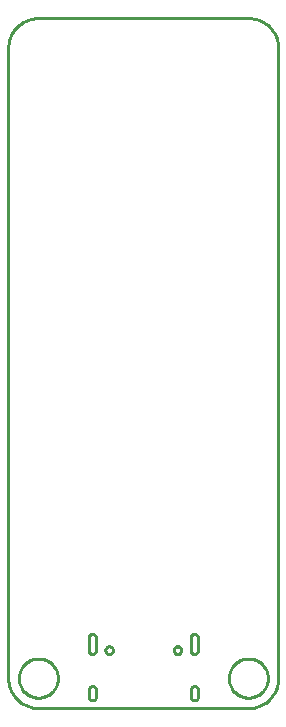
<source format=gko>
G04 EAGLE Gerber RS-274X export*
G75*
%MOMM*%
%FSLAX34Y34*%
%LPD*%
%IN*%
%IPPOS*%
%AMOC8*
5,1,8,0,0,1.08239X$1,22.5*%
G01*
%ADD10C,0.203200*%
%ADD11C,0.000000*%
%ADD12C,0.010000*%
%ADD13C,0.254000*%


D10*
X25400Y584200D02*
X203200Y584200D01*
X203814Y584193D01*
X204427Y584170D01*
X205040Y584133D01*
X205651Y584081D01*
X206262Y584015D01*
X206870Y583933D01*
X207476Y583837D01*
X208080Y583727D01*
X208681Y583602D01*
X209279Y583462D01*
X209873Y583308D01*
X210463Y583139D01*
X211049Y582957D01*
X211630Y582760D01*
X212207Y582549D01*
X212778Y582325D01*
X213344Y582087D01*
X213904Y581835D01*
X214457Y581569D01*
X215004Y581291D01*
X215544Y580999D01*
X216077Y580694D01*
X216602Y580376D01*
X217120Y580046D01*
X217629Y579704D01*
X218130Y579349D01*
X218622Y578982D01*
X219105Y578604D01*
X219579Y578214D01*
X220043Y577812D01*
X220498Y577400D01*
X220942Y576976D01*
X221376Y576542D01*
X221800Y576098D01*
X222212Y575643D01*
X222614Y575179D01*
X223004Y574705D01*
X223382Y574222D01*
X223749Y573730D01*
X224104Y573229D01*
X224446Y572720D01*
X224776Y572202D01*
X225094Y571677D01*
X225399Y571144D01*
X225691Y570604D01*
X225969Y570057D01*
X226235Y569504D01*
X226487Y568944D01*
X226725Y568378D01*
X226949Y567807D01*
X227160Y567230D01*
X227357Y566649D01*
X227539Y566063D01*
X227708Y565473D01*
X227862Y564879D01*
X228002Y564281D01*
X228127Y563680D01*
X228237Y563076D01*
X228333Y562470D01*
X228415Y561862D01*
X228481Y561251D01*
X228533Y560640D01*
X228570Y560027D01*
X228593Y559414D01*
X228600Y558800D01*
X228600Y25400D01*
X228593Y24786D01*
X228570Y24173D01*
X228533Y23560D01*
X228481Y22949D01*
X228415Y22338D01*
X228333Y21730D01*
X228237Y21124D01*
X228127Y20520D01*
X228002Y19919D01*
X227862Y19321D01*
X227708Y18727D01*
X227539Y18137D01*
X227357Y17551D01*
X227160Y16970D01*
X226949Y16393D01*
X226725Y15822D01*
X226487Y15256D01*
X226235Y14696D01*
X225969Y14143D01*
X225691Y13596D01*
X225399Y13056D01*
X225094Y12523D01*
X224776Y11998D01*
X224446Y11480D01*
X224104Y10971D01*
X223749Y10470D01*
X223382Y9978D01*
X223004Y9495D01*
X222614Y9021D01*
X222212Y8557D01*
X221800Y8102D01*
X221376Y7658D01*
X220942Y7224D01*
X220498Y6800D01*
X220043Y6388D01*
X219579Y5986D01*
X219105Y5596D01*
X218622Y5218D01*
X218130Y4851D01*
X217629Y4496D01*
X217120Y4154D01*
X216602Y3824D01*
X216077Y3506D01*
X215544Y3201D01*
X215004Y2909D01*
X214457Y2631D01*
X213904Y2365D01*
X213344Y2113D01*
X212778Y1875D01*
X212207Y1651D01*
X211630Y1440D01*
X211049Y1243D01*
X210463Y1061D01*
X209873Y892D01*
X209279Y738D01*
X208681Y598D01*
X208080Y473D01*
X207476Y363D01*
X206870Y267D01*
X206262Y185D01*
X205651Y119D01*
X205040Y67D01*
X204427Y30D01*
X203814Y7D01*
X203200Y0D01*
X25400Y0D01*
X24786Y7D01*
X24173Y30D01*
X23560Y67D01*
X22949Y119D01*
X22338Y185D01*
X21730Y267D01*
X21124Y363D01*
X20520Y473D01*
X19919Y598D01*
X19321Y738D01*
X18727Y892D01*
X18137Y1061D01*
X17551Y1243D01*
X16970Y1440D01*
X16393Y1651D01*
X15822Y1875D01*
X15256Y2113D01*
X14696Y2365D01*
X14143Y2631D01*
X13596Y2909D01*
X13056Y3201D01*
X12523Y3506D01*
X11998Y3824D01*
X11480Y4154D01*
X10971Y4496D01*
X10470Y4851D01*
X9978Y5218D01*
X9495Y5596D01*
X9021Y5986D01*
X8557Y6388D01*
X8102Y6800D01*
X7658Y7224D01*
X7224Y7658D01*
X6800Y8102D01*
X6388Y8557D01*
X5986Y9021D01*
X5596Y9495D01*
X5218Y9978D01*
X4851Y10470D01*
X4496Y10971D01*
X4154Y11480D01*
X3824Y11998D01*
X3506Y12523D01*
X3201Y13056D01*
X2909Y13596D01*
X2631Y14143D01*
X2365Y14696D01*
X2113Y15256D01*
X1875Y15822D01*
X1651Y16393D01*
X1440Y16970D01*
X1243Y17551D01*
X1061Y18137D01*
X892Y18727D01*
X738Y19321D01*
X598Y19919D01*
X473Y20520D01*
X363Y21124D01*
X267Y21730D01*
X185Y22338D01*
X119Y22949D01*
X67Y23560D01*
X30Y24173D01*
X7Y24786D01*
X0Y25400D01*
X0Y558800D01*
X7Y559414D01*
X30Y560027D01*
X67Y560640D01*
X119Y561251D01*
X185Y561862D01*
X267Y562470D01*
X363Y563076D01*
X473Y563680D01*
X598Y564281D01*
X738Y564879D01*
X892Y565473D01*
X1061Y566063D01*
X1243Y566649D01*
X1440Y567230D01*
X1651Y567807D01*
X1875Y568378D01*
X2113Y568944D01*
X2365Y569504D01*
X2631Y570057D01*
X2909Y570604D01*
X3201Y571144D01*
X3506Y571677D01*
X3824Y572202D01*
X4154Y572720D01*
X4496Y573229D01*
X4851Y573730D01*
X5218Y574222D01*
X5596Y574705D01*
X5986Y575179D01*
X6388Y575643D01*
X6800Y576098D01*
X7224Y576542D01*
X7658Y576976D01*
X8102Y577400D01*
X8557Y577812D01*
X9021Y578214D01*
X9495Y578604D01*
X9978Y578982D01*
X10470Y579349D01*
X10971Y579704D01*
X11480Y580046D01*
X11998Y580376D01*
X12523Y580694D01*
X13056Y580999D01*
X13596Y581291D01*
X14143Y581569D01*
X14696Y581835D01*
X15256Y582087D01*
X15822Y582325D01*
X16393Y582549D01*
X16970Y582760D01*
X17551Y582957D01*
X18137Y583139D01*
X18727Y583308D01*
X19321Y583462D01*
X19919Y583602D01*
X20520Y583727D01*
X21124Y583837D01*
X21730Y583933D01*
X22338Y584015D01*
X22949Y584081D01*
X23560Y584133D01*
X24173Y584170D01*
X24786Y584193D01*
X25400Y584200D01*
D11*
X186690Y25400D02*
X186695Y25805D01*
X186710Y26210D01*
X186735Y26615D01*
X186770Y27018D01*
X186814Y27421D01*
X186869Y27823D01*
X186933Y28223D01*
X187007Y28621D01*
X187091Y29017D01*
X187185Y29412D01*
X187288Y29803D01*
X187401Y30193D01*
X187523Y30579D01*
X187655Y30962D01*
X187796Y31342D01*
X187947Y31718D01*
X188106Y32091D01*
X188275Y32459D01*
X188453Y32823D01*
X188639Y33183D01*
X188835Y33538D01*
X189039Y33888D01*
X189251Y34233D01*
X189472Y34572D01*
X189702Y34907D01*
X189939Y35235D01*
X190184Y35557D01*
X190438Y35874D01*
X190698Y36184D01*
X190967Y36487D01*
X191243Y36784D01*
X191526Y37074D01*
X191816Y37357D01*
X192113Y37633D01*
X192416Y37902D01*
X192726Y38162D01*
X193043Y38416D01*
X193365Y38661D01*
X193693Y38898D01*
X194028Y39128D01*
X194367Y39349D01*
X194712Y39561D01*
X195062Y39765D01*
X195417Y39961D01*
X195777Y40147D01*
X196141Y40325D01*
X196509Y40494D01*
X196882Y40653D01*
X197258Y40804D01*
X197638Y40945D01*
X198021Y41077D01*
X198407Y41199D01*
X198797Y41312D01*
X199188Y41415D01*
X199583Y41509D01*
X199979Y41593D01*
X200377Y41667D01*
X200777Y41731D01*
X201179Y41786D01*
X201582Y41830D01*
X201985Y41865D01*
X202390Y41890D01*
X202795Y41905D01*
X203200Y41910D01*
X203605Y41905D01*
X204010Y41890D01*
X204415Y41865D01*
X204818Y41830D01*
X205221Y41786D01*
X205623Y41731D01*
X206023Y41667D01*
X206421Y41593D01*
X206817Y41509D01*
X207212Y41415D01*
X207603Y41312D01*
X207993Y41199D01*
X208379Y41077D01*
X208762Y40945D01*
X209142Y40804D01*
X209518Y40653D01*
X209891Y40494D01*
X210259Y40325D01*
X210623Y40147D01*
X210983Y39961D01*
X211338Y39765D01*
X211688Y39561D01*
X212033Y39349D01*
X212372Y39128D01*
X212707Y38898D01*
X213035Y38661D01*
X213357Y38416D01*
X213674Y38162D01*
X213984Y37902D01*
X214287Y37633D01*
X214584Y37357D01*
X214874Y37074D01*
X215157Y36784D01*
X215433Y36487D01*
X215702Y36184D01*
X215962Y35874D01*
X216216Y35557D01*
X216461Y35235D01*
X216698Y34907D01*
X216928Y34572D01*
X217149Y34233D01*
X217361Y33888D01*
X217565Y33538D01*
X217761Y33183D01*
X217947Y32823D01*
X218125Y32459D01*
X218294Y32091D01*
X218453Y31718D01*
X218604Y31342D01*
X218745Y30962D01*
X218877Y30579D01*
X218999Y30193D01*
X219112Y29803D01*
X219215Y29412D01*
X219309Y29017D01*
X219393Y28621D01*
X219467Y28223D01*
X219531Y27823D01*
X219586Y27421D01*
X219630Y27018D01*
X219665Y26615D01*
X219690Y26210D01*
X219705Y25805D01*
X219710Y25400D01*
X219705Y24995D01*
X219690Y24590D01*
X219665Y24185D01*
X219630Y23782D01*
X219586Y23379D01*
X219531Y22977D01*
X219467Y22577D01*
X219393Y22179D01*
X219309Y21783D01*
X219215Y21388D01*
X219112Y20997D01*
X218999Y20607D01*
X218877Y20221D01*
X218745Y19838D01*
X218604Y19458D01*
X218453Y19082D01*
X218294Y18709D01*
X218125Y18341D01*
X217947Y17977D01*
X217761Y17617D01*
X217565Y17262D01*
X217361Y16912D01*
X217149Y16567D01*
X216928Y16228D01*
X216698Y15893D01*
X216461Y15565D01*
X216216Y15243D01*
X215962Y14926D01*
X215702Y14616D01*
X215433Y14313D01*
X215157Y14016D01*
X214874Y13726D01*
X214584Y13443D01*
X214287Y13167D01*
X213984Y12898D01*
X213674Y12638D01*
X213357Y12384D01*
X213035Y12139D01*
X212707Y11902D01*
X212372Y11672D01*
X212033Y11451D01*
X211688Y11239D01*
X211338Y11035D01*
X210983Y10839D01*
X210623Y10653D01*
X210259Y10475D01*
X209891Y10306D01*
X209518Y10147D01*
X209142Y9996D01*
X208762Y9855D01*
X208379Y9723D01*
X207993Y9601D01*
X207603Y9488D01*
X207212Y9385D01*
X206817Y9291D01*
X206421Y9207D01*
X206023Y9133D01*
X205623Y9069D01*
X205221Y9014D01*
X204818Y8970D01*
X204415Y8935D01*
X204010Y8910D01*
X203605Y8895D01*
X203200Y8890D01*
X202795Y8895D01*
X202390Y8910D01*
X201985Y8935D01*
X201582Y8970D01*
X201179Y9014D01*
X200777Y9069D01*
X200377Y9133D01*
X199979Y9207D01*
X199583Y9291D01*
X199188Y9385D01*
X198797Y9488D01*
X198407Y9601D01*
X198021Y9723D01*
X197638Y9855D01*
X197258Y9996D01*
X196882Y10147D01*
X196509Y10306D01*
X196141Y10475D01*
X195777Y10653D01*
X195417Y10839D01*
X195062Y11035D01*
X194712Y11239D01*
X194367Y11451D01*
X194028Y11672D01*
X193693Y11902D01*
X193365Y12139D01*
X193043Y12384D01*
X192726Y12638D01*
X192416Y12898D01*
X192113Y13167D01*
X191816Y13443D01*
X191526Y13726D01*
X191243Y14016D01*
X190967Y14313D01*
X190698Y14616D01*
X190438Y14926D01*
X190184Y15243D01*
X189939Y15565D01*
X189702Y15893D01*
X189472Y16228D01*
X189251Y16567D01*
X189039Y16912D01*
X188835Y17262D01*
X188639Y17617D01*
X188453Y17977D01*
X188275Y18341D01*
X188106Y18709D01*
X187947Y19082D01*
X187796Y19458D01*
X187655Y19838D01*
X187523Y20221D01*
X187401Y20607D01*
X187288Y20997D01*
X187185Y21388D01*
X187091Y21783D01*
X187007Y22179D01*
X186933Y22577D01*
X186869Y22977D01*
X186814Y23379D01*
X186770Y23782D01*
X186735Y24185D01*
X186710Y24590D01*
X186695Y24995D01*
X186690Y25400D01*
X8890Y25400D02*
X8895Y25805D01*
X8910Y26210D01*
X8935Y26615D01*
X8970Y27018D01*
X9014Y27421D01*
X9069Y27823D01*
X9133Y28223D01*
X9207Y28621D01*
X9291Y29017D01*
X9385Y29412D01*
X9488Y29803D01*
X9601Y30193D01*
X9723Y30579D01*
X9855Y30962D01*
X9996Y31342D01*
X10147Y31718D01*
X10306Y32091D01*
X10475Y32459D01*
X10653Y32823D01*
X10839Y33183D01*
X11035Y33538D01*
X11239Y33888D01*
X11451Y34233D01*
X11672Y34572D01*
X11902Y34907D01*
X12139Y35235D01*
X12384Y35557D01*
X12638Y35874D01*
X12898Y36184D01*
X13167Y36487D01*
X13443Y36784D01*
X13726Y37074D01*
X14016Y37357D01*
X14313Y37633D01*
X14616Y37902D01*
X14926Y38162D01*
X15243Y38416D01*
X15565Y38661D01*
X15893Y38898D01*
X16228Y39128D01*
X16567Y39349D01*
X16912Y39561D01*
X17262Y39765D01*
X17617Y39961D01*
X17977Y40147D01*
X18341Y40325D01*
X18709Y40494D01*
X19082Y40653D01*
X19458Y40804D01*
X19838Y40945D01*
X20221Y41077D01*
X20607Y41199D01*
X20997Y41312D01*
X21388Y41415D01*
X21783Y41509D01*
X22179Y41593D01*
X22577Y41667D01*
X22977Y41731D01*
X23379Y41786D01*
X23782Y41830D01*
X24185Y41865D01*
X24590Y41890D01*
X24995Y41905D01*
X25400Y41910D01*
X25805Y41905D01*
X26210Y41890D01*
X26615Y41865D01*
X27018Y41830D01*
X27421Y41786D01*
X27823Y41731D01*
X28223Y41667D01*
X28621Y41593D01*
X29017Y41509D01*
X29412Y41415D01*
X29803Y41312D01*
X30193Y41199D01*
X30579Y41077D01*
X30962Y40945D01*
X31342Y40804D01*
X31718Y40653D01*
X32091Y40494D01*
X32459Y40325D01*
X32823Y40147D01*
X33183Y39961D01*
X33538Y39765D01*
X33888Y39561D01*
X34233Y39349D01*
X34572Y39128D01*
X34907Y38898D01*
X35235Y38661D01*
X35557Y38416D01*
X35874Y38162D01*
X36184Y37902D01*
X36487Y37633D01*
X36784Y37357D01*
X37074Y37074D01*
X37357Y36784D01*
X37633Y36487D01*
X37902Y36184D01*
X38162Y35874D01*
X38416Y35557D01*
X38661Y35235D01*
X38898Y34907D01*
X39128Y34572D01*
X39349Y34233D01*
X39561Y33888D01*
X39765Y33538D01*
X39961Y33183D01*
X40147Y32823D01*
X40325Y32459D01*
X40494Y32091D01*
X40653Y31718D01*
X40804Y31342D01*
X40945Y30962D01*
X41077Y30579D01*
X41199Y30193D01*
X41312Y29803D01*
X41415Y29412D01*
X41509Y29017D01*
X41593Y28621D01*
X41667Y28223D01*
X41731Y27823D01*
X41786Y27421D01*
X41830Y27018D01*
X41865Y26615D01*
X41890Y26210D01*
X41905Y25805D01*
X41910Y25400D01*
X41905Y24995D01*
X41890Y24590D01*
X41865Y24185D01*
X41830Y23782D01*
X41786Y23379D01*
X41731Y22977D01*
X41667Y22577D01*
X41593Y22179D01*
X41509Y21783D01*
X41415Y21388D01*
X41312Y20997D01*
X41199Y20607D01*
X41077Y20221D01*
X40945Y19838D01*
X40804Y19458D01*
X40653Y19082D01*
X40494Y18709D01*
X40325Y18341D01*
X40147Y17977D01*
X39961Y17617D01*
X39765Y17262D01*
X39561Y16912D01*
X39349Y16567D01*
X39128Y16228D01*
X38898Y15893D01*
X38661Y15565D01*
X38416Y15243D01*
X38162Y14926D01*
X37902Y14616D01*
X37633Y14313D01*
X37357Y14016D01*
X37074Y13726D01*
X36784Y13443D01*
X36487Y13167D01*
X36184Y12898D01*
X35874Y12638D01*
X35557Y12384D01*
X35235Y12139D01*
X34907Y11902D01*
X34572Y11672D01*
X34233Y11451D01*
X33888Y11239D01*
X33538Y11035D01*
X33183Y10839D01*
X32823Y10653D01*
X32459Y10475D01*
X32091Y10306D01*
X31718Y10147D01*
X31342Y9996D01*
X30962Y9855D01*
X30579Y9723D01*
X30193Y9601D01*
X29803Y9488D01*
X29412Y9385D01*
X29017Y9291D01*
X28621Y9207D01*
X28223Y9133D01*
X27823Y9069D01*
X27421Y9014D01*
X27018Y8970D01*
X26615Y8935D01*
X26210Y8910D01*
X25805Y8895D01*
X25400Y8890D01*
X24995Y8895D01*
X24590Y8910D01*
X24185Y8935D01*
X23782Y8970D01*
X23379Y9014D01*
X22977Y9069D01*
X22577Y9133D01*
X22179Y9207D01*
X21783Y9291D01*
X21388Y9385D01*
X20997Y9488D01*
X20607Y9601D01*
X20221Y9723D01*
X19838Y9855D01*
X19458Y9996D01*
X19082Y10147D01*
X18709Y10306D01*
X18341Y10475D01*
X17977Y10653D01*
X17617Y10839D01*
X17262Y11035D01*
X16912Y11239D01*
X16567Y11451D01*
X16228Y11672D01*
X15893Y11902D01*
X15565Y12139D01*
X15243Y12384D01*
X14926Y12638D01*
X14616Y12898D01*
X14313Y13167D01*
X14016Y13443D01*
X13726Y13726D01*
X13443Y14016D01*
X13167Y14313D01*
X12898Y14616D01*
X12638Y14926D01*
X12384Y15243D01*
X12139Y15565D01*
X11902Y15893D01*
X11672Y16228D01*
X11451Y16567D01*
X11239Y16912D01*
X11035Y17262D01*
X10839Y17617D01*
X10653Y17977D01*
X10475Y18341D01*
X10306Y18709D01*
X10147Y19082D01*
X9996Y19458D01*
X9855Y19838D01*
X9723Y20221D01*
X9601Y20607D01*
X9488Y20997D01*
X9385Y21388D01*
X9291Y21783D01*
X9207Y22179D01*
X9133Y22577D01*
X9069Y22977D01*
X9014Y23379D01*
X8970Y23782D01*
X8935Y24185D01*
X8910Y24590D01*
X8895Y24995D01*
X8890Y25400D01*
X82150Y49050D02*
X82152Y49163D01*
X82158Y49277D01*
X82168Y49390D01*
X82182Y49502D01*
X82199Y49614D01*
X82221Y49726D01*
X82247Y49836D01*
X82276Y49946D01*
X82309Y50054D01*
X82346Y50162D01*
X82387Y50267D01*
X82431Y50372D01*
X82479Y50475D01*
X82530Y50576D01*
X82585Y50675D01*
X82644Y50772D01*
X82706Y50867D01*
X82771Y50960D01*
X82839Y51051D01*
X82910Y51139D01*
X82985Y51225D01*
X83062Y51308D01*
X83142Y51388D01*
X83225Y51465D01*
X83311Y51540D01*
X83399Y51611D01*
X83490Y51679D01*
X83583Y51744D01*
X83678Y51806D01*
X83775Y51865D01*
X83874Y51920D01*
X83975Y51971D01*
X84078Y52019D01*
X84183Y52063D01*
X84288Y52104D01*
X84396Y52141D01*
X84504Y52174D01*
X84614Y52203D01*
X84724Y52229D01*
X84836Y52251D01*
X84948Y52268D01*
X85060Y52282D01*
X85173Y52292D01*
X85287Y52298D01*
X85400Y52300D01*
X85513Y52298D01*
X85627Y52292D01*
X85740Y52282D01*
X85852Y52268D01*
X85964Y52251D01*
X86076Y52229D01*
X86186Y52203D01*
X86296Y52174D01*
X86404Y52141D01*
X86512Y52104D01*
X86617Y52063D01*
X86722Y52019D01*
X86825Y51971D01*
X86926Y51920D01*
X87025Y51865D01*
X87122Y51806D01*
X87217Y51744D01*
X87310Y51679D01*
X87401Y51611D01*
X87489Y51540D01*
X87575Y51465D01*
X87658Y51388D01*
X87738Y51308D01*
X87815Y51225D01*
X87890Y51139D01*
X87961Y51051D01*
X88029Y50960D01*
X88094Y50867D01*
X88156Y50772D01*
X88215Y50675D01*
X88270Y50576D01*
X88321Y50475D01*
X88369Y50372D01*
X88413Y50267D01*
X88454Y50162D01*
X88491Y50054D01*
X88524Y49946D01*
X88553Y49836D01*
X88579Y49726D01*
X88601Y49614D01*
X88618Y49502D01*
X88632Y49390D01*
X88642Y49277D01*
X88648Y49163D01*
X88650Y49050D01*
X88648Y48937D01*
X88642Y48823D01*
X88632Y48710D01*
X88618Y48598D01*
X88601Y48486D01*
X88579Y48374D01*
X88553Y48264D01*
X88524Y48154D01*
X88491Y48046D01*
X88454Y47938D01*
X88413Y47833D01*
X88369Y47728D01*
X88321Y47625D01*
X88270Y47524D01*
X88215Y47425D01*
X88156Y47328D01*
X88094Y47233D01*
X88029Y47140D01*
X87961Y47049D01*
X87890Y46961D01*
X87815Y46875D01*
X87738Y46792D01*
X87658Y46712D01*
X87575Y46635D01*
X87489Y46560D01*
X87401Y46489D01*
X87310Y46421D01*
X87217Y46356D01*
X87122Y46294D01*
X87025Y46235D01*
X86926Y46180D01*
X86825Y46129D01*
X86722Y46081D01*
X86617Y46037D01*
X86512Y45996D01*
X86404Y45959D01*
X86296Y45926D01*
X86186Y45897D01*
X86076Y45871D01*
X85964Y45849D01*
X85852Y45832D01*
X85740Y45818D01*
X85627Y45808D01*
X85513Y45802D01*
X85400Y45800D01*
X85287Y45802D01*
X85173Y45808D01*
X85060Y45818D01*
X84948Y45832D01*
X84836Y45849D01*
X84724Y45871D01*
X84614Y45897D01*
X84504Y45926D01*
X84396Y45959D01*
X84288Y45996D01*
X84183Y46037D01*
X84078Y46081D01*
X83975Y46129D01*
X83874Y46180D01*
X83775Y46235D01*
X83678Y46294D01*
X83583Y46356D01*
X83490Y46421D01*
X83399Y46489D01*
X83311Y46560D01*
X83225Y46635D01*
X83142Y46712D01*
X83062Y46792D01*
X82985Y46875D01*
X82910Y46961D01*
X82839Y47049D01*
X82771Y47140D01*
X82706Y47233D01*
X82644Y47328D01*
X82585Y47425D01*
X82530Y47524D01*
X82479Y47625D01*
X82431Y47728D01*
X82387Y47833D01*
X82346Y47938D01*
X82309Y48046D01*
X82276Y48154D01*
X82247Y48264D01*
X82221Y48374D01*
X82199Y48486D01*
X82182Y48598D01*
X82168Y48710D01*
X82158Y48823D01*
X82152Y48937D01*
X82150Y49050D01*
X139950Y49050D02*
X139952Y49163D01*
X139958Y49277D01*
X139968Y49390D01*
X139982Y49502D01*
X139999Y49614D01*
X140021Y49726D01*
X140047Y49836D01*
X140076Y49946D01*
X140109Y50054D01*
X140146Y50162D01*
X140187Y50267D01*
X140231Y50372D01*
X140279Y50475D01*
X140330Y50576D01*
X140385Y50675D01*
X140444Y50772D01*
X140506Y50867D01*
X140571Y50960D01*
X140639Y51051D01*
X140710Y51139D01*
X140785Y51225D01*
X140862Y51308D01*
X140942Y51388D01*
X141025Y51465D01*
X141111Y51540D01*
X141199Y51611D01*
X141290Y51679D01*
X141383Y51744D01*
X141478Y51806D01*
X141575Y51865D01*
X141674Y51920D01*
X141775Y51971D01*
X141878Y52019D01*
X141983Y52063D01*
X142088Y52104D01*
X142196Y52141D01*
X142304Y52174D01*
X142414Y52203D01*
X142524Y52229D01*
X142636Y52251D01*
X142748Y52268D01*
X142860Y52282D01*
X142973Y52292D01*
X143087Y52298D01*
X143200Y52300D01*
X143313Y52298D01*
X143427Y52292D01*
X143540Y52282D01*
X143652Y52268D01*
X143764Y52251D01*
X143876Y52229D01*
X143986Y52203D01*
X144096Y52174D01*
X144204Y52141D01*
X144312Y52104D01*
X144417Y52063D01*
X144522Y52019D01*
X144625Y51971D01*
X144726Y51920D01*
X144825Y51865D01*
X144922Y51806D01*
X145017Y51744D01*
X145110Y51679D01*
X145201Y51611D01*
X145289Y51540D01*
X145375Y51465D01*
X145458Y51388D01*
X145538Y51308D01*
X145615Y51225D01*
X145690Y51139D01*
X145761Y51051D01*
X145829Y50960D01*
X145894Y50867D01*
X145956Y50772D01*
X146015Y50675D01*
X146070Y50576D01*
X146121Y50475D01*
X146169Y50372D01*
X146213Y50267D01*
X146254Y50162D01*
X146291Y50054D01*
X146324Y49946D01*
X146353Y49836D01*
X146379Y49726D01*
X146401Y49614D01*
X146418Y49502D01*
X146432Y49390D01*
X146442Y49277D01*
X146448Y49163D01*
X146450Y49050D01*
X146448Y48937D01*
X146442Y48823D01*
X146432Y48710D01*
X146418Y48598D01*
X146401Y48486D01*
X146379Y48374D01*
X146353Y48264D01*
X146324Y48154D01*
X146291Y48046D01*
X146254Y47938D01*
X146213Y47833D01*
X146169Y47728D01*
X146121Y47625D01*
X146070Y47524D01*
X146015Y47425D01*
X145956Y47328D01*
X145894Y47233D01*
X145829Y47140D01*
X145761Y47049D01*
X145690Y46961D01*
X145615Y46875D01*
X145538Y46792D01*
X145458Y46712D01*
X145375Y46635D01*
X145289Y46560D01*
X145201Y46489D01*
X145110Y46421D01*
X145017Y46356D01*
X144922Y46294D01*
X144825Y46235D01*
X144726Y46180D01*
X144625Y46129D01*
X144522Y46081D01*
X144417Y46037D01*
X144312Y45996D01*
X144204Y45959D01*
X144096Y45926D01*
X143986Y45897D01*
X143876Y45871D01*
X143764Y45849D01*
X143652Y45832D01*
X143540Y45818D01*
X143427Y45808D01*
X143313Y45802D01*
X143200Y45800D01*
X143087Y45802D01*
X142973Y45808D01*
X142860Y45818D01*
X142748Y45832D01*
X142636Y45849D01*
X142524Y45871D01*
X142414Y45897D01*
X142304Y45926D01*
X142196Y45959D01*
X142088Y45996D01*
X141983Y46037D01*
X141878Y46081D01*
X141775Y46129D01*
X141674Y46180D01*
X141575Y46235D01*
X141478Y46294D01*
X141383Y46356D01*
X141290Y46421D01*
X141199Y46489D01*
X141111Y46560D01*
X141025Y46635D01*
X140942Y46712D01*
X140862Y46792D01*
X140785Y46875D01*
X140710Y46961D01*
X140639Y47049D01*
X140571Y47140D01*
X140506Y47233D01*
X140444Y47328D01*
X140385Y47425D01*
X140330Y47524D01*
X140279Y47625D01*
X140231Y47728D01*
X140187Y47833D01*
X140146Y47938D01*
X140109Y48046D01*
X140076Y48154D01*
X140047Y48264D01*
X140021Y48374D01*
X139999Y48486D01*
X139982Y48598D01*
X139968Y48710D01*
X139958Y48823D01*
X139952Y48937D01*
X139950Y49050D01*
D12*
X68100Y15700D02*
X68100Y9500D01*
X74100Y9500D02*
X74100Y15700D01*
X74098Y15808D01*
X74092Y15916D01*
X74082Y16024D01*
X74069Y16132D01*
X74051Y16239D01*
X74030Y16345D01*
X74005Y16450D01*
X73976Y16555D01*
X73943Y16658D01*
X73907Y16760D01*
X73866Y16861D01*
X73823Y16960D01*
X73775Y17057D01*
X73725Y17153D01*
X73671Y17247D01*
X73613Y17338D01*
X73552Y17428D01*
X73488Y17516D01*
X73421Y17601D01*
X73351Y17683D01*
X73278Y17763D01*
X73202Y17840D01*
X73123Y17915D01*
X73042Y17986D01*
X72958Y18055D01*
X72872Y18121D01*
X72784Y18183D01*
X72693Y18242D01*
X72600Y18298D01*
X72505Y18351D01*
X72409Y18400D01*
X72310Y18445D01*
X72210Y18487D01*
X72109Y18525D01*
X72006Y18560D01*
X71903Y18591D01*
X71798Y18618D01*
X71692Y18641D01*
X71585Y18660D01*
X71478Y18676D01*
X71370Y18688D01*
X71262Y18696D01*
X71154Y18700D01*
X71046Y18700D01*
X70938Y18696D01*
X70830Y18688D01*
X70722Y18676D01*
X70615Y18660D01*
X70508Y18641D01*
X70402Y18618D01*
X70297Y18591D01*
X70194Y18560D01*
X70091Y18525D01*
X69990Y18487D01*
X69890Y18445D01*
X69791Y18400D01*
X69695Y18351D01*
X69600Y18298D01*
X69507Y18242D01*
X69416Y18183D01*
X69328Y18121D01*
X69242Y18055D01*
X69158Y17986D01*
X69077Y17915D01*
X68998Y17840D01*
X68922Y17763D01*
X68849Y17683D01*
X68779Y17601D01*
X68712Y17516D01*
X68648Y17428D01*
X68587Y17338D01*
X68529Y17247D01*
X68475Y17153D01*
X68425Y17057D01*
X68377Y16960D01*
X68334Y16861D01*
X68293Y16760D01*
X68257Y16658D01*
X68224Y16555D01*
X68195Y16450D01*
X68170Y16345D01*
X68149Y16239D01*
X68131Y16132D01*
X68118Y16024D01*
X68108Y15916D01*
X68102Y15808D01*
X68100Y15700D01*
X68100Y9500D02*
X68102Y9392D01*
X68108Y9284D01*
X68118Y9176D01*
X68131Y9068D01*
X68149Y8961D01*
X68170Y8855D01*
X68195Y8750D01*
X68224Y8645D01*
X68257Y8542D01*
X68293Y8440D01*
X68334Y8339D01*
X68377Y8240D01*
X68425Y8143D01*
X68475Y8047D01*
X68529Y7953D01*
X68587Y7862D01*
X68648Y7772D01*
X68712Y7684D01*
X68779Y7599D01*
X68849Y7517D01*
X68922Y7437D01*
X68998Y7360D01*
X69077Y7285D01*
X69158Y7214D01*
X69242Y7145D01*
X69328Y7079D01*
X69416Y7017D01*
X69507Y6958D01*
X69600Y6902D01*
X69695Y6849D01*
X69791Y6800D01*
X69890Y6755D01*
X69990Y6713D01*
X70091Y6675D01*
X70194Y6640D01*
X70297Y6609D01*
X70402Y6582D01*
X70508Y6559D01*
X70615Y6540D01*
X70722Y6524D01*
X70830Y6512D01*
X70938Y6504D01*
X71046Y6500D01*
X71154Y6500D01*
X71262Y6504D01*
X71370Y6512D01*
X71478Y6524D01*
X71585Y6540D01*
X71692Y6559D01*
X71798Y6582D01*
X71903Y6609D01*
X72006Y6640D01*
X72109Y6675D01*
X72210Y6713D01*
X72310Y6755D01*
X72409Y6800D01*
X72505Y6849D01*
X72600Y6902D01*
X72693Y6958D01*
X72784Y7017D01*
X72872Y7079D01*
X72958Y7145D01*
X73042Y7214D01*
X73123Y7285D01*
X73202Y7360D01*
X73278Y7437D01*
X73351Y7517D01*
X73421Y7599D01*
X73488Y7684D01*
X73552Y7772D01*
X73613Y7862D01*
X73671Y7953D01*
X73725Y8047D01*
X73775Y8143D01*
X73823Y8240D01*
X73866Y8339D01*
X73907Y8440D01*
X73943Y8542D01*
X73976Y8645D01*
X74005Y8750D01*
X74030Y8855D01*
X74051Y8961D01*
X74069Y9068D01*
X74082Y9176D01*
X74092Y9284D01*
X74098Y9392D01*
X74100Y9500D01*
X68100Y48850D02*
X68100Y59850D01*
X74100Y59850D02*
X74100Y48850D01*
X74098Y48742D01*
X74092Y48634D01*
X74082Y48526D01*
X74069Y48418D01*
X74051Y48311D01*
X74030Y48205D01*
X74005Y48100D01*
X73976Y47995D01*
X73943Y47892D01*
X73907Y47790D01*
X73866Y47689D01*
X73823Y47590D01*
X73775Y47493D01*
X73725Y47397D01*
X73671Y47303D01*
X73613Y47212D01*
X73552Y47122D01*
X73488Y47034D01*
X73421Y46949D01*
X73351Y46867D01*
X73278Y46787D01*
X73202Y46710D01*
X73123Y46635D01*
X73042Y46564D01*
X72958Y46495D01*
X72872Y46429D01*
X72784Y46367D01*
X72693Y46308D01*
X72600Y46252D01*
X72505Y46199D01*
X72409Y46150D01*
X72310Y46105D01*
X72210Y46063D01*
X72109Y46025D01*
X72006Y45990D01*
X71903Y45959D01*
X71798Y45932D01*
X71692Y45909D01*
X71585Y45890D01*
X71478Y45874D01*
X71370Y45862D01*
X71262Y45854D01*
X71154Y45850D01*
X71046Y45850D01*
X70938Y45854D01*
X70830Y45862D01*
X70722Y45874D01*
X70615Y45890D01*
X70508Y45909D01*
X70402Y45932D01*
X70297Y45959D01*
X70194Y45990D01*
X70091Y46025D01*
X69990Y46063D01*
X69890Y46105D01*
X69791Y46150D01*
X69695Y46199D01*
X69600Y46252D01*
X69507Y46308D01*
X69416Y46367D01*
X69328Y46429D01*
X69242Y46495D01*
X69158Y46564D01*
X69077Y46635D01*
X68998Y46710D01*
X68922Y46787D01*
X68849Y46867D01*
X68779Y46949D01*
X68712Y47034D01*
X68648Y47122D01*
X68587Y47212D01*
X68529Y47303D01*
X68475Y47397D01*
X68425Y47493D01*
X68377Y47590D01*
X68334Y47689D01*
X68293Y47790D01*
X68257Y47892D01*
X68224Y47995D01*
X68195Y48100D01*
X68170Y48205D01*
X68149Y48311D01*
X68131Y48418D01*
X68118Y48526D01*
X68108Y48634D01*
X68102Y48742D01*
X68100Y48850D01*
X68100Y59850D02*
X68102Y59958D01*
X68108Y60066D01*
X68118Y60174D01*
X68131Y60282D01*
X68149Y60389D01*
X68170Y60495D01*
X68195Y60600D01*
X68224Y60705D01*
X68257Y60808D01*
X68293Y60910D01*
X68334Y61011D01*
X68377Y61110D01*
X68425Y61207D01*
X68475Y61303D01*
X68529Y61397D01*
X68587Y61488D01*
X68648Y61578D01*
X68712Y61666D01*
X68779Y61751D01*
X68849Y61833D01*
X68922Y61913D01*
X68998Y61990D01*
X69077Y62065D01*
X69158Y62136D01*
X69242Y62205D01*
X69328Y62271D01*
X69416Y62333D01*
X69507Y62392D01*
X69600Y62448D01*
X69695Y62501D01*
X69791Y62550D01*
X69890Y62595D01*
X69990Y62637D01*
X70091Y62675D01*
X70194Y62710D01*
X70297Y62741D01*
X70402Y62768D01*
X70508Y62791D01*
X70615Y62810D01*
X70722Y62826D01*
X70830Y62838D01*
X70938Y62846D01*
X71046Y62850D01*
X71154Y62850D01*
X71262Y62846D01*
X71370Y62838D01*
X71478Y62826D01*
X71585Y62810D01*
X71692Y62791D01*
X71798Y62768D01*
X71903Y62741D01*
X72006Y62710D01*
X72109Y62675D01*
X72210Y62637D01*
X72310Y62595D01*
X72409Y62550D01*
X72505Y62501D01*
X72600Y62448D01*
X72693Y62392D01*
X72784Y62333D01*
X72872Y62271D01*
X72958Y62205D01*
X73042Y62136D01*
X73123Y62065D01*
X73202Y61990D01*
X73278Y61913D01*
X73351Y61833D01*
X73421Y61751D01*
X73488Y61666D01*
X73552Y61578D01*
X73613Y61488D01*
X73671Y61397D01*
X73725Y61303D01*
X73775Y61207D01*
X73823Y61110D01*
X73866Y61011D01*
X73907Y60910D01*
X73943Y60808D01*
X73976Y60705D01*
X74005Y60600D01*
X74030Y60495D01*
X74051Y60389D01*
X74069Y60282D01*
X74082Y60174D01*
X74092Y60066D01*
X74098Y59958D01*
X74100Y59850D01*
X154500Y15700D02*
X154500Y9500D01*
X160500Y9500D02*
X160500Y15700D01*
X160498Y15808D01*
X160492Y15916D01*
X160482Y16024D01*
X160469Y16132D01*
X160451Y16239D01*
X160430Y16345D01*
X160405Y16450D01*
X160376Y16555D01*
X160343Y16658D01*
X160307Y16760D01*
X160266Y16861D01*
X160223Y16960D01*
X160175Y17057D01*
X160125Y17153D01*
X160071Y17247D01*
X160013Y17338D01*
X159952Y17428D01*
X159888Y17516D01*
X159821Y17601D01*
X159751Y17683D01*
X159678Y17763D01*
X159602Y17840D01*
X159523Y17915D01*
X159442Y17986D01*
X159358Y18055D01*
X159272Y18121D01*
X159184Y18183D01*
X159093Y18242D01*
X159000Y18298D01*
X158905Y18351D01*
X158809Y18400D01*
X158710Y18445D01*
X158610Y18487D01*
X158509Y18525D01*
X158406Y18560D01*
X158303Y18591D01*
X158198Y18618D01*
X158092Y18641D01*
X157985Y18660D01*
X157878Y18676D01*
X157770Y18688D01*
X157662Y18696D01*
X157554Y18700D01*
X157446Y18700D01*
X157338Y18696D01*
X157230Y18688D01*
X157122Y18676D01*
X157015Y18660D01*
X156908Y18641D01*
X156802Y18618D01*
X156697Y18591D01*
X156594Y18560D01*
X156491Y18525D01*
X156390Y18487D01*
X156290Y18445D01*
X156191Y18400D01*
X156095Y18351D01*
X156000Y18298D01*
X155907Y18242D01*
X155816Y18183D01*
X155728Y18121D01*
X155642Y18055D01*
X155558Y17986D01*
X155477Y17915D01*
X155398Y17840D01*
X155322Y17763D01*
X155249Y17683D01*
X155179Y17601D01*
X155112Y17516D01*
X155048Y17428D01*
X154987Y17338D01*
X154929Y17247D01*
X154875Y17153D01*
X154825Y17057D01*
X154777Y16960D01*
X154734Y16861D01*
X154693Y16760D01*
X154657Y16658D01*
X154624Y16555D01*
X154595Y16450D01*
X154570Y16345D01*
X154549Y16239D01*
X154531Y16132D01*
X154518Y16024D01*
X154508Y15916D01*
X154502Y15808D01*
X154500Y15700D01*
X154500Y9500D02*
X154502Y9392D01*
X154508Y9284D01*
X154518Y9176D01*
X154531Y9068D01*
X154549Y8961D01*
X154570Y8855D01*
X154595Y8750D01*
X154624Y8645D01*
X154657Y8542D01*
X154693Y8440D01*
X154734Y8339D01*
X154777Y8240D01*
X154825Y8143D01*
X154875Y8047D01*
X154929Y7953D01*
X154987Y7862D01*
X155048Y7772D01*
X155112Y7684D01*
X155179Y7599D01*
X155249Y7517D01*
X155322Y7437D01*
X155398Y7360D01*
X155477Y7285D01*
X155558Y7214D01*
X155642Y7145D01*
X155728Y7079D01*
X155816Y7017D01*
X155907Y6958D01*
X156000Y6902D01*
X156095Y6849D01*
X156191Y6800D01*
X156290Y6755D01*
X156390Y6713D01*
X156491Y6675D01*
X156594Y6640D01*
X156697Y6609D01*
X156802Y6582D01*
X156908Y6559D01*
X157015Y6540D01*
X157122Y6524D01*
X157230Y6512D01*
X157338Y6504D01*
X157446Y6500D01*
X157554Y6500D01*
X157662Y6504D01*
X157770Y6512D01*
X157878Y6524D01*
X157985Y6540D01*
X158092Y6559D01*
X158198Y6582D01*
X158303Y6609D01*
X158406Y6640D01*
X158509Y6675D01*
X158610Y6713D01*
X158710Y6755D01*
X158809Y6800D01*
X158905Y6849D01*
X159000Y6902D01*
X159093Y6958D01*
X159184Y7017D01*
X159272Y7079D01*
X159358Y7145D01*
X159442Y7214D01*
X159523Y7285D01*
X159602Y7360D01*
X159678Y7437D01*
X159751Y7517D01*
X159821Y7599D01*
X159888Y7684D01*
X159952Y7772D01*
X160013Y7862D01*
X160071Y7953D01*
X160125Y8047D01*
X160175Y8143D01*
X160223Y8240D01*
X160266Y8339D01*
X160307Y8440D01*
X160343Y8542D01*
X160376Y8645D01*
X160405Y8750D01*
X160430Y8855D01*
X160451Y8961D01*
X160469Y9068D01*
X160482Y9176D01*
X160492Y9284D01*
X160498Y9392D01*
X160500Y9500D01*
X154500Y48850D02*
X154500Y59850D01*
X160500Y59850D02*
X160500Y48850D01*
X160498Y48742D01*
X160492Y48634D01*
X160482Y48526D01*
X160469Y48418D01*
X160451Y48311D01*
X160430Y48205D01*
X160405Y48100D01*
X160376Y47995D01*
X160343Y47892D01*
X160307Y47790D01*
X160266Y47689D01*
X160223Y47590D01*
X160175Y47493D01*
X160125Y47397D01*
X160071Y47303D01*
X160013Y47212D01*
X159952Y47122D01*
X159888Y47034D01*
X159821Y46949D01*
X159751Y46867D01*
X159678Y46787D01*
X159602Y46710D01*
X159523Y46635D01*
X159442Y46564D01*
X159358Y46495D01*
X159272Y46429D01*
X159184Y46367D01*
X159093Y46308D01*
X159000Y46252D01*
X158905Y46199D01*
X158809Y46150D01*
X158710Y46105D01*
X158610Y46063D01*
X158509Y46025D01*
X158406Y45990D01*
X158303Y45959D01*
X158198Y45932D01*
X158092Y45909D01*
X157985Y45890D01*
X157878Y45874D01*
X157770Y45862D01*
X157662Y45854D01*
X157554Y45850D01*
X157446Y45850D01*
X157338Y45854D01*
X157230Y45862D01*
X157122Y45874D01*
X157015Y45890D01*
X156908Y45909D01*
X156802Y45932D01*
X156697Y45959D01*
X156594Y45990D01*
X156491Y46025D01*
X156390Y46063D01*
X156290Y46105D01*
X156191Y46150D01*
X156095Y46199D01*
X156000Y46252D01*
X155907Y46308D01*
X155816Y46367D01*
X155728Y46429D01*
X155642Y46495D01*
X155558Y46564D01*
X155477Y46635D01*
X155398Y46710D01*
X155322Y46787D01*
X155249Y46867D01*
X155179Y46949D01*
X155112Y47034D01*
X155048Y47122D01*
X154987Y47212D01*
X154929Y47303D01*
X154875Y47397D01*
X154825Y47493D01*
X154777Y47590D01*
X154734Y47689D01*
X154693Y47790D01*
X154657Y47892D01*
X154624Y47995D01*
X154595Y48100D01*
X154570Y48205D01*
X154549Y48311D01*
X154531Y48418D01*
X154518Y48526D01*
X154508Y48634D01*
X154502Y48742D01*
X154500Y48850D01*
X154500Y59850D02*
X154502Y59958D01*
X154508Y60066D01*
X154518Y60174D01*
X154531Y60282D01*
X154549Y60389D01*
X154570Y60495D01*
X154595Y60600D01*
X154624Y60705D01*
X154657Y60808D01*
X154693Y60910D01*
X154734Y61011D01*
X154777Y61110D01*
X154825Y61207D01*
X154875Y61303D01*
X154929Y61397D01*
X154987Y61488D01*
X155048Y61578D01*
X155112Y61666D01*
X155179Y61751D01*
X155249Y61833D01*
X155322Y61913D01*
X155398Y61990D01*
X155477Y62065D01*
X155558Y62136D01*
X155642Y62205D01*
X155728Y62271D01*
X155816Y62333D01*
X155907Y62392D01*
X156000Y62448D01*
X156095Y62501D01*
X156191Y62550D01*
X156290Y62595D01*
X156390Y62637D01*
X156491Y62675D01*
X156594Y62710D01*
X156697Y62741D01*
X156802Y62768D01*
X156908Y62791D01*
X157015Y62810D01*
X157122Y62826D01*
X157230Y62838D01*
X157338Y62846D01*
X157446Y62850D01*
X157554Y62850D01*
X157662Y62846D01*
X157770Y62838D01*
X157878Y62826D01*
X157985Y62810D01*
X158092Y62791D01*
X158198Y62768D01*
X158303Y62741D01*
X158406Y62710D01*
X158509Y62675D01*
X158610Y62637D01*
X158710Y62595D01*
X158809Y62550D01*
X158905Y62501D01*
X159000Y62448D01*
X159093Y62392D01*
X159184Y62333D01*
X159272Y62271D01*
X159358Y62205D01*
X159442Y62136D01*
X159523Y62065D01*
X159602Y61990D01*
X159678Y61913D01*
X159751Y61833D01*
X159821Y61751D01*
X159888Y61666D01*
X159952Y61578D01*
X160013Y61488D01*
X160071Y61397D01*
X160125Y61303D01*
X160175Y61207D01*
X160223Y61110D01*
X160266Y61011D01*
X160307Y60910D01*
X160343Y60808D01*
X160376Y60705D01*
X160405Y60600D01*
X160430Y60495D01*
X160451Y60389D01*
X160469Y60282D01*
X160482Y60174D01*
X160492Y60066D01*
X160498Y59958D01*
X160500Y59850D01*
D13*
X0Y25400D02*
X97Y23186D01*
X386Y20989D01*
X865Y18826D01*
X1532Y16713D01*
X2380Y14666D01*
X3403Y12700D01*
X4594Y10831D01*
X5942Y9073D01*
X7440Y7440D01*
X9073Y5942D01*
X10831Y4594D01*
X12700Y3403D01*
X14666Y2380D01*
X16713Y1532D01*
X18826Y865D01*
X20989Y386D01*
X23186Y97D01*
X25400Y0D01*
X203200Y0D01*
X205414Y97D01*
X207611Y386D01*
X209774Y865D01*
X211887Y1532D01*
X213935Y2380D01*
X215900Y3403D01*
X217769Y4594D01*
X219527Y5942D01*
X221161Y7440D01*
X222658Y9073D01*
X224006Y10831D01*
X225197Y12700D01*
X226220Y14666D01*
X227068Y16713D01*
X227735Y18826D01*
X228214Y20989D01*
X228503Y23186D01*
X228600Y25400D01*
X228600Y558800D01*
X228503Y561014D01*
X228214Y563211D01*
X227735Y565374D01*
X227068Y567487D01*
X226220Y569535D01*
X225197Y571500D01*
X224006Y573369D01*
X222658Y575127D01*
X221161Y576761D01*
X219527Y578258D01*
X217769Y579606D01*
X215900Y580797D01*
X213935Y581820D01*
X211887Y582668D01*
X209774Y583335D01*
X207611Y583814D01*
X205414Y584103D01*
X203200Y584200D01*
X25400Y584200D01*
X23186Y584103D01*
X20989Y583814D01*
X18826Y583335D01*
X16713Y582668D01*
X14666Y581820D01*
X12700Y580797D01*
X10831Y579606D01*
X9073Y578258D01*
X7440Y576761D01*
X5942Y575127D01*
X4594Y573369D01*
X3403Y571500D01*
X2380Y569535D01*
X1532Y567487D01*
X865Y565374D01*
X386Y563211D01*
X97Y561014D01*
X0Y558800D01*
X0Y25400D01*
X154500Y48850D02*
X154511Y48589D01*
X154546Y48329D01*
X154602Y48074D01*
X154681Y47824D01*
X154781Y47582D01*
X154902Y47350D01*
X155043Y47129D01*
X155202Y46922D01*
X155379Y46729D01*
X155572Y46552D01*
X155779Y46393D01*
X156000Y46252D01*
X156232Y46131D01*
X156474Y46031D01*
X156724Y45952D01*
X156979Y45896D01*
X157239Y45861D01*
X157500Y45850D01*
X157761Y45861D01*
X158021Y45896D01*
X158276Y45952D01*
X158526Y46031D01*
X158768Y46131D01*
X159000Y46252D01*
X159221Y46393D01*
X159428Y46552D01*
X159621Y46729D01*
X159798Y46922D01*
X159957Y47129D01*
X160098Y47350D01*
X160219Y47582D01*
X160319Y47824D01*
X160398Y48074D01*
X160454Y48329D01*
X160489Y48589D01*
X160500Y48850D01*
X160500Y59850D01*
X160489Y60111D01*
X160454Y60371D01*
X160398Y60626D01*
X160319Y60876D01*
X160219Y61118D01*
X160098Y61350D01*
X159957Y61571D01*
X159798Y61778D01*
X159621Y61971D01*
X159428Y62148D01*
X159221Y62307D01*
X159000Y62448D01*
X158768Y62569D01*
X158526Y62669D01*
X158276Y62748D01*
X158021Y62804D01*
X157761Y62839D01*
X157500Y62850D01*
X157239Y62839D01*
X156979Y62804D01*
X156724Y62748D01*
X156474Y62669D01*
X156232Y62569D01*
X156000Y62448D01*
X155779Y62307D01*
X155572Y62148D01*
X155379Y61971D01*
X155202Y61778D01*
X155043Y61571D01*
X154902Y61350D01*
X154781Y61118D01*
X154681Y60876D01*
X154602Y60626D01*
X154546Y60371D01*
X154511Y60111D01*
X154500Y59850D01*
X154500Y48850D01*
X154500Y9500D02*
X154511Y9239D01*
X154546Y8979D01*
X154602Y8724D01*
X154681Y8474D01*
X154781Y8232D01*
X154902Y8000D01*
X155043Y7779D01*
X155202Y7572D01*
X155379Y7379D01*
X155572Y7202D01*
X155779Y7043D01*
X156000Y6902D01*
X156232Y6781D01*
X156474Y6681D01*
X156724Y6602D01*
X156979Y6546D01*
X157239Y6511D01*
X157500Y6500D01*
X157761Y6511D01*
X158021Y6546D01*
X158276Y6602D01*
X158526Y6681D01*
X158768Y6781D01*
X159000Y6902D01*
X159221Y7043D01*
X159428Y7202D01*
X159621Y7379D01*
X159798Y7572D01*
X159957Y7779D01*
X160098Y8000D01*
X160219Y8232D01*
X160319Y8474D01*
X160398Y8724D01*
X160454Y8979D01*
X160489Y9239D01*
X160500Y9500D01*
X160500Y15700D01*
X160489Y15961D01*
X160454Y16221D01*
X160398Y16476D01*
X160319Y16726D01*
X160219Y16968D01*
X160098Y17200D01*
X159957Y17421D01*
X159798Y17628D01*
X159621Y17821D01*
X159428Y17998D01*
X159221Y18157D01*
X159000Y18298D01*
X158768Y18419D01*
X158526Y18519D01*
X158276Y18598D01*
X158021Y18654D01*
X157761Y18689D01*
X157500Y18700D01*
X157239Y18689D01*
X156979Y18654D01*
X156724Y18598D01*
X156474Y18519D01*
X156232Y18419D01*
X156000Y18298D01*
X155779Y18157D01*
X155572Y17998D01*
X155379Y17821D01*
X155202Y17628D01*
X155043Y17421D01*
X154902Y17200D01*
X154781Y16968D01*
X154681Y16726D01*
X154602Y16476D01*
X154546Y16221D01*
X154511Y15961D01*
X154500Y15700D01*
X154500Y9500D01*
X68100Y9500D02*
X68111Y9239D01*
X68146Y8979D01*
X68202Y8724D01*
X68281Y8474D01*
X68381Y8232D01*
X68502Y8000D01*
X68643Y7779D01*
X68802Y7572D01*
X68979Y7379D01*
X69172Y7202D01*
X69379Y7043D01*
X69600Y6902D01*
X69832Y6781D01*
X70074Y6681D01*
X70324Y6602D01*
X70579Y6546D01*
X70839Y6511D01*
X71100Y6500D01*
X71361Y6511D01*
X71621Y6546D01*
X71876Y6602D01*
X72126Y6681D01*
X72368Y6781D01*
X72600Y6902D01*
X72821Y7043D01*
X73028Y7202D01*
X73221Y7379D01*
X73398Y7572D01*
X73557Y7779D01*
X73698Y8000D01*
X73819Y8232D01*
X73919Y8474D01*
X73998Y8724D01*
X74054Y8979D01*
X74089Y9239D01*
X74100Y9500D01*
X74100Y15700D01*
X74089Y15961D01*
X74054Y16221D01*
X73998Y16476D01*
X73919Y16726D01*
X73819Y16968D01*
X73698Y17200D01*
X73557Y17421D01*
X73398Y17628D01*
X73221Y17821D01*
X73028Y17998D01*
X72821Y18157D01*
X72600Y18298D01*
X72368Y18419D01*
X72126Y18519D01*
X71876Y18598D01*
X71621Y18654D01*
X71361Y18689D01*
X71100Y18700D01*
X70839Y18689D01*
X70579Y18654D01*
X70324Y18598D01*
X70074Y18519D01*
X69832Y18419D01*
X69600Y18298D01*
X69379Y18157D01*
X69172Y17998D01*
X68979Y17821D01*
X68802Y17628D01*
X68643Y17421D01*
X68502Y17200D01*
X68381Y16968D01*
X68281Y16726D01*
X68202Y16476D01*
X68146Y16221D01*
X68111Y15961D01*
X68100Y15700D01*
X68100Y9500D01*
X68100Y48850D02*
X68111Y48589D01*
X68146Y48329D01*
X68202Y48074D01*
X68281Y47824D01*
X68381Y47582D01*
X68502Y47350D01*
X68643Y47129D01*
X68802Y46922D01*
X68979Y46729D01*
X69172Y46552D01*
X69379Y46393D01*
X69600Y46252D01*
X69832Y46131D01*
X70074Y46031D01*
X70324Y45952D01*
X70579Y45896D01*
X70839Y45861D01*
X71100Y45850D01*
X71361Y45861D01*
X71621Y45896D01*
X71876Y45952D01*
X72126Y46031D01*
X72368Y46131D01*
X72600Y46252D01*
X72821Y46393D01*
X73028Y46552D01*
X73221Y46729D01*
X73398Y46922D01*
X73557Y47129D01*
X73698Y47350D01*
X73819Y47582D01*
X73919Y47824D01*
X73998Y48074D01*
X74054Y48329D01*
X74089Y48589D01*
X74100Y48850D01*
X74100Y59850D01*
X74089Y60111D01*
X74054Y60371D01*
X73998Y60626D01*
X73919Y60876D01*
X73819Y61118D01*
X73698Y61350D01*
X73557Y61571D01*
X73398Y61778D01*
X73221Y61971D01*
X73028Y62148D01*
X72821Y62307D01*
X72600Y62448D01*
X72368Y62569D01*
X72126Y62669D01*
X71876Y62748D01*
X71621Y62804D01*
X71361Y62839D01*
X71100Y62850D01*
X70839Y62839D01*
X70579Y62804D01*
X70324Y62748D01*
X70074Y62669D01*
X69832Y62569D01*
X69600Y62448D01*
X69379Y62307D01*
X69172Y62148D01*
X68979Y61971D01*
X68802Y61778D01*
X68643Y61571D01*
X68502Y61350D01*
X68381Y61118D01*
X68281Y60876D01*
X68202Y60626D01*
X68146Y60371D01*
X68111Y60111D01*
X68100Y59850D01*
X68100Y48850D01*
X219710Y24860D02*
X219639Y23781D01*
X219498Y22709D01*
X219287Y21649D01*
X219008Y20605D01*
X218660Y19581D01*
X218246Y18583D01*
X217768Y17613D01*
X217228Y16677D01*
X216627Y15778D01*
X215969Y14921D01*
X215257Y14108D01*
X214492Y13344D01*
X213679Y12631D01*
X212822Y11973D01*
X211923Y11372D01*
X210987Y10832D01*
X210017Y10354D01*
X209019Y9940D01*
X207995Y9592D01*
X206951Y9313D01*
X205891Y9102D01*
X204819Y8961D01*
X203740Y8890D01*
X202660Y8890D01*
X201581Y8961D01*
X200509Y9102D01*
X199449Y9313D01*
X198405Y9592D01*
X197381Y9940D01*
X196383Y10354D01*
X195413Y10832D01*
X194477Y11372D01*
X193578Y11973D01*
X192721Y12631D01*
X191908Y13344D01*
X191144Y14108D01*
X190431Y14921D01*
X189773Y15778D01*
X189172Y16677D01*
X188632Y17613D01*
X188154Y18583D01*
X187740Y19581D01*
X187392Y20605D01*
X187113Y21649D01*
X186902Y22709D01*
X186761Y23781D01*
X186690Y24860D01*
X186690Y25940D01*
X186761Y27019D01*
X186902Y28091D01*
X187113Y29151D01*
X187392Y30195D01*
X187740Y31219D01*
X188154Y32217D01*
X188632Y33187D01*
X189172Y34123D01*
X189773Y35022D01*
X190431Y35879D01*
X191144Y36692D01*
X191908Y37457D01*
X192721Y38169D01*
X193578Y38827D01*
X194477Y39428D01*
X195413Y39968D01*
X196383Y40446D01*
X197381Y40860D01*
X198405Y41208D01*
X199449Y41487D01*
X200509Y41698D01*
X201581Y41839D01*
X202660Y41910D01*
X203740Y41910D01*
X204819Y41839D01*
X205891Y41698D01*
X206951Y41487D01*
X207995Y41208D01*
X209019Y40860D01*
X210017Y40446D01*
X210987Y39968D01*
X211923Y39428D01*
X212822Y38827D01*
X213679Y38169D01*
X214492Y37457D01*
X215257Y36692D01*
X215969Y35879D01*
X216627Y35022D01*
X217228Y34123D01*
X217768Y33187D01*
X218246Y32217D01*
X218660Y31219D01*
X219008Y30195D01*
X219287Y29151D01*
X219498Y28091D01*
X219639Y27019D01*
X219710Y25940D01*
X219710Y24860D01*
X41910Y24860D02*
X41839Y23781D01*
X41698Y22709D01*
X41487Y21649D01*
X41208Y20605D01*
X40860Y19581D01*
X40446Y18583D01*
X39968Y17613D01*
X39428Y16677D01*
X38827Y15778D01*
X38169Y14921D01*
X37457Y14108D01*
X36692Y13344D01*
X35879Y12631D01*
X35022Y11973D01*
X34123Y11372D01*
X33187Y10832D01*
X32217Y10354D01*
X31219Y9940D01*
X30195Y9592D01*
X29151Y9313D01*
X28091Y9102D01*
X27019Y8961D01*
X25940Y8890D01*
X24860Y8890D01*
X23781Y8961D01*
X22709Y9102D01*
X21649Y9313D01*
X20605Y9592D01*
X19581Y9940D01*
X18583Y10354D01*
X17613Y10832D01*
X16677Y11372D01*
X15778Y11973D01*
X14921Y12631D01*
X14108Y13344D01*
X13344Y14108D01*
X12631Y14921D01*
X11973Y15778D01*
X11372Y16677D01*
X10832Y17613D01*
X10354Y18583D01*
X9940Y19581D01*
X9592Y20605D01*
X9313Y21649D01*
X9102Y22709D01*
X8961Y23781D01*
X8890Y24860D01*
X8890Y25940D01*
X8961Y27019D01*
X9102Y28091D01*
X9313Y29151D01*
X9592Y30195D01*
X9940Y31219D01*
X10354Y32217D01*
X10832Y33187D01*
X11372Y34123D01*
X11973Y35022D01*
X12631Y35879D01*
X13344Y36692D01*
X14108Y37457D01*
X14921Y38169D01*
X15778Y38827D01*
X16677Y39428D01*
X17613Y39968D01*
X18583Y40446D01*
X19581Y40860D01*
X20605Y41208D01*
X21649Y41487D01*
X22709Y41698D01*
X23781Y41839D01*
X24860Y41910D01*
X25940Y41910D01*
X27019Y41839D01*
X28091Y41698D01*
X29151Y41487D01*
X30195Y41208D01*
X31219Y40860D01*
X32217Y40446D01*
X33187Y39968D01*
X34123Y39428D01*
X35022Y38827D01*
X35879Y38169D01*
X36692Y37457D01*
X37457Y36692D01*
X38169Y35879D01*
X38827Y35022D01*
X39428Y34123D01*
X39968Y33187D01*
X40446Y32217D01*
X40860Y31219D01*
X41208Y30195D01*
X41487Y29151D01*
X41698Y28091D01*
X41839Y27019D01*
X41910Y25940D01*
X41910Y24860D01*
X88650Y48837D02*
X88594Y48415D01*
X88484Y48003D01*
X88321Y47609D01*
X88108Y47241D01*
X87849Y46903D01*
X87547Y46601D01*
X87209Y46342D01*
X86841Y46129D01*
X86447Y45966D01*
X86035Y45856D01*
X85613Y45800D01*
X85187Y45800D01*
X84765Y45856D01*
X84353Y45966D01*
X83959Y46129D01*
X83591Y46342D01*
X83253Y46601D01*
X82951Y46903D01*
X82692Y47241D01*
X82479Y47609D01*
X82316Y48003D01*
X82206Y48415D01*
X82150Y48837D01*
X82150Y49263D01*
X82206Y49685D01*
X82316Y50097D01*
X82479Y50491D01*
X82692Y50859D01*
X82951Y51197D01*
X83253Y51499D01*
X83591Y51758D01*
X83959Y51971D01*
X84353Y52134D01*
X84765Y52244D01*
X85187Y52300D01*
X85613Y52300D01*
X86035Y52244D01*
X86447Y52134D01*
X86841Y51971D01*
X87209Y51758D01*
X87547Y51499D01*
X87849Y51197D01*
X88108Y50859D01*
X88321Y50491D01*
X88484Y50097D01*
X88594Y49685D01*
X88650Y49263D01*
X88650Y48837D01*
X146450Y48837D02*
X146394Y48415D01*
X146284Y48003D01*
X146121Y47609D01*
X145908Y47241D01*
X145649Y46903D01*
X145347Y46601D01*
X145009Y46342D01*
X144641Y46129D01*
X144247Y45966D01*
X143835Y45856D01*
X143413Y45800D01*
X142987Y45800D01*
X142565Y45856D01*
X142153Y45966D01*
X141759Y46129D01*
X141391Y46342D01*
X141053Y46601D01*
X140751Y46903D01*
X140492Y47241D01*
X140279Y47609D01*
X140116Y48003D01*
X140006Y48415D01*
X139950Y48837D01*
X139950Y49263D01*
X140006Y49685D01*
X140116Y50097D01*
X140279Y50491D01*
X140492Y50859D01*
X140751Y51197D01*
X141053Y51499D01*
X141391Y51758D01*
X141759Y51971D01*
X142153Y52134D01*
X142565Y52244D01*
X142987Y52300D01*
X143413Y52300D01*
X143835Y52244D01*
X144247Y52134D01*
X144641Y51971D01*
X145009Y51758D01*
X145347Y51499D01*
X145649Y51197D01*
X145908Y50859D01*
X146121Y50491D01*
X146284Y50097D01*
X146394Y49685D01*
X146450Y49263D01*
X146450Y48837D01*
M02*

</source>
